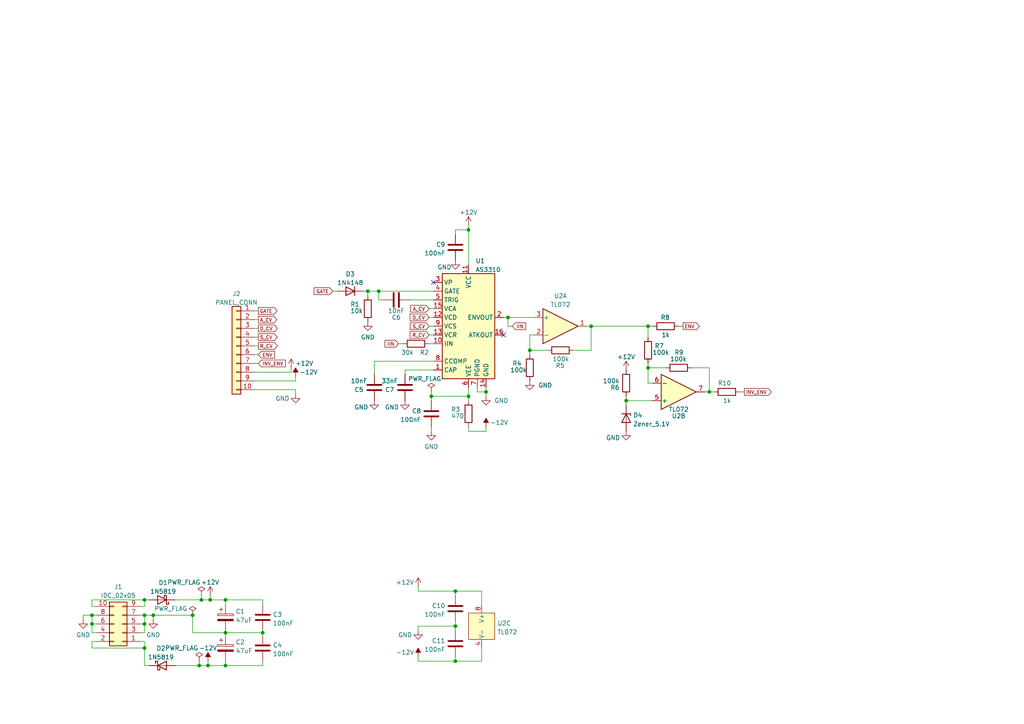
<source format=kicad_sch>
(kicad_sch (version 20211123) (generator eeschema)
  (paper "A4")
  (title_block (title "RW_EM_ADSR_EG_B") (date "2022-11-06") (rev "2022-11-06") (comment 1 "Licensed under CERN-OHL-S v2+") (comment 2 "https://github.com/sunfl0w/RW_EM"))
  (lib_symbols
    (symbol "Connector_Generic:Conn_01x10" (pin_names (offset 1.016) hide)
      (property "Reference" "J" (at 0 12.7 0))
      (property "Value" "Conn_01x10" (at 0 -15.24 0))
      (symbol "Conn_01x10_1_1"
        (rectangle (start -1.27 -12.573) (end 0 -12.827) (stroke (width 0.1524)))
        (rectangle (start -1.27 -10.033) (end 0 -10.287) (stroke (width 0.1524)))
        (rectangle (start -1.27 -7.493) (end 0 -7.747) (stroke (width 0.1524)))
        (rectangle (start -1.27 -4.953) (end 0 -5.207) (stroke (width 0.1524)))
        (rectangle (start -1.27 -2.413) (end 0 -2.667) (stroke (width 0.1524)))
        (rectangle (start -1.27 0.127) (end 0 -0.127) (stroke (width 0.1524)))
        (rectangle (start -1.27 2.667) (end 0 2.413) (stroke (width 0.1524)))
        (rectangle (start -1.27 5.207) (end 0 4.953) (stroke (width 0.1524)))
        (rectangle (start -1.27 7.747) (end 0 7.493) (stroke (width 0.1524)))
        (rectangle (start -1.27 10.287) (end 0 10.033) (stroke (width 0.1524)))
        (rectangle (start -1.27 11.43) (end 1.27 -13.97) (stroke (width 0.254)) (fill (type background)))
        (pin passive line (at -5.08 10.16 0) (length 3.81) (name "Pin_1") (number "1"))
        (pin passive line (at -5.08 -12.7 0) (length 3.81) (name "Pin_10") (number "10"))
        (pin passive line (at -5.08 7.62 0) (length 3.81) (name "Pin_2") (number "2"))
        (pin passive line (at -5.08 5.08 0) (length 3.81) (name "Pin_3") (number "3"))
        (pin passive line (at -5.08 2.54 0) (length 3.81) (name "Pin_4") (number "4"))
        (pin passive line (at -5.08 0 0) (length 3.81) (name "Pin_5") (number "5"))
        (pin passive line (at -5.08 -2.54 0) (length 3.81) (name "Pin_6") (number "6"))
        (pin passive line (at -5.08 -5.08 0) (length 3.81) (name "Pin_7") (number "7"))
        (pin passive line (at -5.08 -7.62 0) (length 3.81) (name "Pin_8") (number "8"))
        (pin passive line (at -5.08 -10.16 0) (length 3.81) (name "Pin_9") (number "9"))
      )
    )
    (symbol "Connector_Generic:Conn_02x05_Odd_Even" (pin_names (offset 1.016) hide)
      (property "Reference" "J" (at 1.27 7.62 0))
      (property "Value" "Conn_02x05_Odd_Even" (at 1.27 -7.62 0))
      (symbol "Conn_02x05_Odd_Even_1_1"
        (rectangle (start -1.27 -4.953) (end 0 -5.207) (stroke (width 0.1524)))
        (rectangle (start -1.27 -2.413) (end 0 -2.667) (stroke (width 0.1524)))
        (rectangle (start -1.27 0.127) (end 0 -0.127) (stroke (width 0.1524)))
        (rectangle (start -1.27 2.667) (end 0 2.413) (stroke (width 0.1524)))
        (rectangle (start -1.27 5.207) (end 0 4.953) (stroke (width 0.1524)))
        (rectangle (start -1.27 6.35) (end 3.81 -6.35) (stroke (width 0.254)) (fill (type background)))
        (rectangle (start 3.81 -4.953) (end 2.54 -5.207) (stroke (width 0.1524)))
        (rectangle (start 3.81 -2.413) (end 2.54 -2.667) (stroke (width 0.1524)))
        (rectangle (start 3.81 0.127) (end 2.54 -0.127) (stroke (width 0.1524)))
        (rectangle (start 3.81 2.667) (end 2.54 2.413) (stroke (width 0.1524)))
        (rectangle (start 3.81 5.207) (end 2.54 4.953) (stroke (width 0.1524)))
        (pin passive line (at -5.08 5.08 0) (length 3.81) (name "Pin_1") (number "1"))
        (pin passive line (at 7.62 -5.08 180) (length 3.81) (name "Pin_10") (number "10"))
        (pin passive line (at 7.62 5.08 180) (length 3.81) (name "Pin_2") (number "2"))
        (pin passive line (at -5.08 2.54 0) (length 3.81) (name "Pin_3") (number "3"))
        (pin passive line (at 7.62 2.54 180) (length 3.81) (name "Pin_4") (number "4"))
        (pin passive line (at -5.08 0 0) (length 3.81) (name "Pin_5") (number "5"))
        (pin passive line (at 7.62 0 180) (length 3.81) (name "Pin_6") (number "6"))
        (pin passive line (at -5.08 -2.54 0) (length 3.81) (name "Pin_7") (number "7"))
        (pin passive line (at 7.62 -2.54 180) (length 3.81) (name "Pin_8") (number "8"))
        (pin passive line (at -5.08 -5.08 0) (length 3.81) (name "Pin_9") (number "9"))
      )
    )
    (symbol "Device:C" (pin_numbers hide) (pin_names (offset 0.254))
      (property "Reference" "C" (at 0.635 2.54 0))
      (property "Value" "C" (at 0.635 -2.54 0))
      (symbol "C_0_1"
        (polyline (pts (xy -2.032 -0.762) (xy 2.032 -0.762)) (stroke (width 0.508)))
        (polyline (pts (xy -2.032 0.762) (xy 2.032 0.762)) (stroke (width 0.508)))
      )
      (symbol "C_1_1"
        (pin passive line (at 0 3.81 270) (length 2.794) (name "~") (number "1"))
        (pin passive line (at 0 -3.81 90) (length 2.794) (name "~") (number "2"))
      )
    )
    (symbol "Device:C_Polarized" (pin_numbers hide) (pin_names (offset 0.254))
      (property "Reference" "C" (at 0.635 2.54 0))
      (property "Value" "C_Polarized" (at 0.635 -2.54 0))
      (symbol "C_Polarized_0_1"
        (rectangle (start -2.286 0.508) (end 2.286 1.016))
        (polyline (pts (xy -1.778 2.286) (xy -0.762 2.286)))
        (polyline (pts (xy -1.27 2.794) (xy -1.27 1.778)))
        (rectangle (start 2.286 -0.508) (end -2.286 -1.016) (fill (type outline)))
      )
      (symbol "C_Polarized_1_1"
        (pin passive line (at 0 3.81 270) (length 2.794) (name "~") (number "1"))
        (pin passive line (at 0 -3.81 90) (length 2.794) (name "~") (number "2"))
      )
    )
    (symbol "Device:D_Zener" (pin_numbers hide) (pin_names (offset 1.016) hide)
      (property "Reference" "D" (at 0 2.54 0))
      (property "Value" "D_Zener" (at 0 -2.54 0))
      (symbol "D_Zener_0_1"
        (polyline (pts (xy 1.27 0) (xy -1.27 0)))
        (polyline (pts (xy -1.27 -1.27) (xy -1.27 1.27) (xy -0.762 1.27)) (stroke (width 0.254)))
        (polyline (pts (xy 1.27 -1.27) (xy 1.27 1.27) (xy -1.27 0) (xy 1.27 -1.27)) (stroke (width 0.254)))
      )
      (symbol "D_Zener_1_1"
        (pin passive line (at -3.81 0 0) (length 2.54) (name "K") (number "1"))
        (pin passive line (at 3.81 0 180) (length 2.54) (name "A") (number "2"))
      )
    )
    (symbol "Device:R" (pin_numbers hide) (pin_names (offset 0))
      (property "Reference" "R" (at 2.032 0 90))
      (property "Value" "R" (at 0 0 90))
      (symbol "R_0_1"
        (rectangle (start -1.016 -2.54) (end 1.016 2.54) (stroke (width 0.254)))
      )
      (symbol "R_1_1"
        (pin passive line (at 0 3.81 270) (length 1.27) (name "~") (number "1"))
        (pin passive line (at 0 -3.81 90) (length 1.27) (name "~") (number "2"))
      )
    )
    (symbol "Diode:1N4148" (pin_numbers hide) (pin_names hide)
      (property "Reference" "D" (at 0 2.54 0))
      (property "Value" "1N4148" (at 0 -2.54 0))
      (symbol "1N4148_0_1"
        (polyline (pts (xy -1.27 1.27) (xy -1.27 -1.27)) (stroke (width 0.254)))
        (polyline (pts (xy 1.27 0) (xy -1.27 0)))
        (polyline (pts (xy 1.27 1.27) (xy 1.27 -1.27) (xy -1.27 0) (xy 1.27 1.27)) (stroke (width 0.254)))
      )
      (symbol "1N4148_1_1"
        (pin passive line (at -3.81 0 0) (length 2.54) (name "K") (number "1"))
        (pin passive line (at 3.81 0 180) (length 2.54) (name "A") (number "2"))
      )
    )
    (symbol "Diode:1N5819" (pin_numbers hide) (pin_names (offset 1.016) hide)
      (property "Reference" "D" (at 0 2.54 0))
      (property "Value" "1N5819" (at 0 -2.54 0))
      (symbol "1N5819_0_1"
        (polyline (pts (xy 1.27 0) (xy -1.27 0)))
        (polyline (pts (xy 1.27 1.27) (xy 1.27 -1.27) (xy -1.27 0) (xy 1.27 1.27)) (stroke (width 0.254)))
        (polyline (pts (xy -1.905 0.635) (xy -1.905 1.27) (xy -1.27 1.27) (xy -1.27 -1.27) (xy -0.635 -1.27) (xy -0.635 -0.635)) (stroke (width 0.254)))
      )
      (symbol "1N5819_1_1"
        (pin passive line (at -3.81 0 0) (length 2.54) (name "K") (number "1"))
        (pin passive line (at 3.81 0 180) (length 2.54) (name "A") (number "2"))
      )
    )
    (symbol "RW_EurorackModular:AS3310"
      (property "Reference" "U" (at -5.08 17.78 0))
      (property "Value" "AS3310" (at 5.08 17.78 0))
      (symbol "AS3310_0_1"
        (rectangle (start 7.62 -15.24) (end -7.62 15.24) (stroke (width 0.254)) (fill (type background)))
      )
      (symbol "AS3310_1_1"
        (pin passive line (at -10.16 -12.7 0) (length 2.54) (name "CAP") (number "1"))
        (pin input line (at -10.16 -5.08 0) (length 2.54) (name "IIN") (number "10"))
        (pin power_in line (at 0 17.78 270) (length 2.54) (name "VCC") (number "11"))
        (pin input line (at -10.16 2.54 0) (length 2.54) (name "VCD") (number "12"))
        (pin input line (at -10.16 -2.54 0) (length 2.54) (name "VCR") (number "13"))
        (pin power_in line (at 5.08 -17.78 90) (length 2.54) (name "GND") (number "14"))
        (pin input line (at -10.16 5.08 0) (length 2.54) (name "VCA") (number "15"))
        (pin output line (at 10.16 -2.54 180) (length 2.54) (name "ATKOUT") (number "16"))
        (pin output line (at 10.16 2.54 180) (length 2.54) (name "ENVOUT") (number "2"))
        (pin input line (at -10.16 12.7 0) (length 2.54) (name "VP") (number "3"))
        (pin input line (at -10.16 10.16 0) (length 2.54) (name "GATE") (number "4"))
        (pin input line (at -10.16 7.62 0) (length 2.54) (name "TRIG") (number "5"))
        (pin power_in line (at 0 -17.78 90) (length 2.54) (name "VEE") (number "6"))
        (pin power_in line (at 2.54 -17.78 90) (length 2.54) (name "PGND") (number "7"))
        (pin passive line (at -10.16 -10.16 0) (length 2.54) (name "CCOMP") (number "8"))
        (pin input line (at -10.16 0 0) (length 2.54) (name "VCS") (number "9"))
      )
    )
    (symbol "RW_EurorackModular:TL072" (pin_names (offset 0.127))
      (property "Reference" "U" (at 0 5.08 0))
      (property "Value" "TL072" (at 0 -5.08 0))
      (symbol "TL072_1_1"
        (polyline (pts (xy -5.08 5.08) (xy 5.08 0) (xy -5.08 -5.08) (xy -5.08 5.08)) (stroke (width 0.254)) (fill (type background)))
        (pin output line (at 7.62 0 180) (length 2.54) (name "~") (number "1"))
        (pin input line (at -7.62 -2.54 0) (length 2.54) (name "-") (number "2"))
        (pin input line (at -7.62 2.54 0) (length 2.54) (name "+") (number "3"))
      )
      (symbol "TL072_2_1"
        (polyline (pts (xy -5.08 5.08) (xy 5.08 0) (xy -5.08 -5.08) (xy -5.08 5.08)) (stroke (width 0.254)) (fill (type background)))
        (pin input line (at -7.62 2.54 0) (length 2.54) (name "+") (number "5"))
        (pin input line (at -7.62 -2.54 0) (length 2.54) (name "-") (number "6"))
        (pin output line (at 7.62 0 180) (length 2.54) (name "~") (number "7"))
      )
      (symbol "TL072_3_1"
        (rectangle (start -6.35 3.81) (end 1.27 -3.81) (stroke (width 0.1524)) (fill (type background)))
        (pin power_in line (at -2.54 -6.35 90) (length 2.54) (name "V-") (number "4"))
        (pin power_in line (at -2.54 6.35 270) (length 2.54) (name "V+") (number "8"))
      )
    )
    (symbol "power:+12V" (power) (pin_names (offset 0))
      (property "Value" "+12V" (at 0 3.556 0))
      (symbol "+12V_0_1"
        (polyline (pts (xy -0.762 1.27) (xy 0 2.54)))
        (polyline (pts (xy 0 0) (xy 0 2.54)))
        (polyline (pts (xy 0 2.54) (xy 0.762 1.27)))
      )
      (symbol "+12V_1_1"
        (pin power_in line (at 0 0 90) (length 0) hide (name "+12V") (number "1"))
      )
    )
    (symbol "power:-12V" (power) (pin_names (offset 0))
      (property "Value" "-12V" (at 0 3.81 0))
      (symbol "-12V_0_0"
        (pin power_in line (at 0 0 90) (length 0) hide (name "-12V") (number "1"))
      )
      (symbol "-12V_0_1"
        (polyline (pts (xy 0 0) (xy 0 1.27) (xy 0.762 1.27) (xy 0 2.54) (xy -0.762 1.27) (xy 0 1.27)) (fill (type outline)))
      )
    )
    (symbol "power:GND" (power) (pin_names (offset 0))
      (property "Value" "GND" (at 0 -3.81 0))
      (symbol "GND_0_1"
        (polyline (pts (xy 0 0) (xy 0 -1.27) (xy 1.27 -1.27) (xy 0 -2.54) (xy -1.27 -1.27) (xy 0 -1.27)))
      )
      (symbol "GND_1_1"
        (pin power_in line (at 0 0 270) (length 0) hide (name "GND") (number "1"))
      )
    )
    (symbol "power:PWR_FLAG" (power) (pin_numbers hide) (pin_names (offset 0) hide)
      (property "Value" "PWR_FLAG" (at 0 3.81 0))
      (symbol "PWR_FLAG_0_0"
        (pin power_out line (at 0 0 90) (length 0) (name "pwr") (number "1"))
      )
      (symbol "PWR_FLAG_0_1"
        (polyline (pts (xy 0 0) (xy 0 1.27) (xy -1.016 1.905) (xy 0 2.54) (xy 1.016 1.905) (xy 0 1.27)))
      )
    )
  )
  (junction (at 41.91 173.99))
  (junction (at 109.855 84.455))
  (junction (at 140.97 113.665))
  (junction (at 187.96 106.68))
  (junction (at 153.67 101.6))
  (junction (at 106.68 84.455))
  (junction (at 65.405 173.99))
  (junction (at 60.325 193.04))
  (junction (at 135.89 66.675))
  (junction (at 41.91 178.435))
  (junction (at 57.785 193.04))
  (junction (at 147.32 92.075))
  (junction (at 76.2 183.515))
  (junction (at 65.405 193.04))
  (junction (at 132.08 191.77))
  (junction (at 58.42 173.99))
  (junction (at 181.61 116.205))
  (junction (at 205.74 113.665))
  (junction (at 60.96 173.99))
  (junction (at 171.45 94.615))
  (junction (at 187.96 94.615))
  (junction (at 125.095 114.935))
  (junction (at 26.67 180.975))
  (junction (at 132.08 171.45))
  (junction (at 41.91 187.96))
  (junction (at 55.88 178.435))
  (junction (at 41.91 180.975))
  (junction (at 132.08 181.61))
  (junction (at 65.405 183.515))
  (junction (at 26.67 178.435))
  (junction (at 135.89 114.935))
  (junction (at 44.45 178.435))
  (no_connect (at 146.05 97.155))
  (no_connect (at 125.73 81.915))
  (wire (pts (xy 198.12 94.615) (xy 196.85 94.615)))
  (wire (pts (xy 76.2 175.26) (xy 76.2 173.99)))
  (wire (pts (xy 60.325 193.04) (xy 60.325 191.77)))
  (wire (pts (xy 26.67 175.895) (xy 26.67 173.99)))
  (wire (pts (xy 41.91 175.895) (xy 40.64 175.895)))
  (wire (pts (xy 187.96 94.615) (xy 189.23 94.615)))
  (wire (pts (xy 140.97 125.095) (xy 135.89 125.095)))
  (wire (pts (xy 58.42 173.99) (xy 58.42 172.72)))
  (wire (pts (xy 139.7 171.45) (xy 132.08 171.45)))
  (wire (pts (xy 135.89 125.095) (xy 135.89 123.825)))
  (wire (pts (xy 111.125 86.995) (xy 109.855 86.995)))
  (wire (pts (xy 215.9 113.665) (xy 214.63 113.665)))
  (wire (pts (xy 147.32 92.075) (xy 154.94 92.075)))
  (wire (pts (xy 26.67 186.055) (xy 26.67 187.96)))
  (wire (pts (xy 146.05 92.075) (xy 147.32 92.075)))
  (wire (pts (xy 76.2 183.515) (xy 76.2 184.15)))
  (wire (pts (xy 117.475 107.315) (xy 117.475 108.585)))
  (wire (pts (xy 65.405 173.99) (xy 76.2 173.99)))
  (wire (pts (xy 74.93 97.79) (xy 73.66 97.79)))
  (wire (pts (xy 41.91 186.055) (xy 40.64 186.055)))
  (wire (pts (xy 41.91 173.99) (xy 41.91 175.895)))
  (wire (pts (xy 207.01 113.665) (xy 205.74 113.665)))
  (wire (pts (xy 171.45 94.615) (xy 170.18 94.615)))
  (wire (pts (xy 181.61 116.205) (xy 181.61 117.475)))
  (wire (pts (xy 74.93 105.41) (xy 73.66 105.41)))
  (wire (pts (xy 147.32 94.615) (xy 147.32 92.075)))
  (wire (pts (xy 187.96 111.125) (xy 189.23 111.125)))
  (wire (pts (xy 26.67 180.975) (xy 26.67 183.515)))
  (wire (pts (xy 121.285 171.45) (xy 132.08 171.45)))
  (wire (pts (xy 140.97 123.825) (xy 140.97 125.095)))
  (wire (pts (xy 60.96 173.99) (xy 60.96 172.72)))
  (wire (pts (xy 60.96 173.99) (xy 65.405 173.99)))
  (wire (pts (xy 27.94 175.895) (xy 26.67 175.895)))
  (wire (pts (xy 153.67 97.155) (xy 153.67 101.6)))
  (wire (pts (xy 85.725 110.49) (xy 85.725 109.22)))
  (wire (pts (xy 26.67 173.99) (xy 41.91 173.99)))
  (wire (pts (xy 50.8 193.04) (xy 57.785 193.04)))
  (wire (pts (xy 41.91 187.96) (xy 41.91 186.055)))
  (wire (pts (xy 65.405 191.77) (xy 65.405 193.04)))
  (wire (pts (xy 121.285 170.18) (xy 121.285 171.45)))
  (wire (pts (xy 44.45 178.435) (xy 55.88 178.435)))
  (wire (pts (xy 106.68 84.455) (xy 106.68 85.725)))
  (wire (pts (xy 73.66 110.49) (xy 85.725 110.49)))
  (wire (pts (xy 140.97 113.665) (xy 140.97 112.395)))
  (wire (pts (xy 121.285 191.77) (xy 132.08 191.77)))
  (wire (pts (xy 65.405 193.04) (xy 76.2 193.04)))
  (wire (pts (xy 84.455 106.68) (xy 84.455 107.95)))
  (wire (pts (xy 85.725 113.03) (xy 85.725 114.3)))
  (wire (pts (xy 74.93 100.33) (xy 73.66 100.33)))
  (wire (pts (xy 124.46 89.535) (xy 125.73 89.535)))
  (wire (pts (xy 50.8 173.99) (xy 58.42 173.99)))
  (wire (pts (xy 58.42 173.99) (xy 60.96 173.99)))
  (wire (pts (xy 74.93 92.71) (xy 73.66 92.71)))
  (wire (pts (xy 138.43 113.665) (xy 140.97 113.665)))
  (wire (pts (xy 105.41 84.455) (xy 106.68 84.455)))
  (wire (pts (xy 109.855 86.995) (xy 109.855 84.455)))
  (wire (pts (xy 125.095 113.665) (xy 125.095 114.935)))
  (wire (pts (xy 132.08 171.45) (xy 132.08 172.72)))
  (wire (pts (xy 171.45 94.615) (xy 187.96 94.615)))
  (wire (pts (xy 65.405 175.26) (xy 65.405 173.99)))
  (wire (pts (xy 108.585 104.775) (xy 108.585 108.585)))
  (wire (pts (xy 40.64 178.435) (xy 41.91 178.435)))
  (wire (pts (xy 118.745 86.995) (xy 125.73 86.995)))
  (wire (pts (xy 26.67 186.055) (xy 27.94 186.055)))
  (wire (pts (xy 55.88 178.435) (xy 55.88 183.515)))
  (wire (pts (xy 26.67 180.975) (xy 27.94 180.975)))
  (wire (pts (xy 26.67 178.435) (xy 24.13 178.435)))
  (wire (pts (xy 135.89 116.205) (xy 135.89 114.935)))
  (wire (pts (xy 132.08 190.5) (xy 132.08 191.77)))
  (wire (pts (xy 74.93 90.17) (xy 73.66 90.17)))
  (wire (pts (xy 115.57 99.695) (xy 116.84 99.695)))
  (wire (pts (xy 74.93 102.87) (xy 73.66 102.87)))
  (wire (pts (xy 109.855 84.455) (xy 125.73 84.455)))
  (wire (pts (xy 135.89 65.405) (xy 135.89 66.675)))
  (wire (pts (xy 193.04 106.68) (xy 187.96 106.68)))
  (wire (pts (xy 73.66 113.03) (xy 85.725 113.03)))
  (wire (pts (xy 41.91 178.435) (xy 41.91 180.975)))
  (wire (pts (xy 187.96 106.68) (xy 187.96 111.125)))
  (wire (pts (xy 117.475 107.315) (xy 125.73 107.315)))
  (wire (pts (xy 41.91 180.975) (xy 41.91 183.515)))
  (wire (pts (xy 57.785 193.04) (xy 57.785 191.77)))
  (wire (pts (xy 57.785 193.04) (xy 60.325 193.04)))
  (wire (pts (xy 125.095 123.825) (xy 125.095 125.095)))
  (wire (pts (xy 76.2 193.04) (xy 76.2 191.77)))
  (wire (pts (xy 132.08 181.61) (xy 132.08 182.88)))
  (wire (pts (xy 181.61 116.205) (xy 189.23 116.205)))
  (wire (pts (xy 65.405 182.88) (xy 65.405 183.515)))
  (wire (pts (xy 200.66 106.68) (xy 205.74 106.68)))
  (wire (pts (xy 24.13 178.435) (xy 24.13 179.705)))
  (wire (pts (xy 181.61 114.935) (xy 181.61 116.205)))
  (wire (pts (xy 44.45 178.435) (xy 44.45 179.705)))
  (wire (pts (xy 121.285 181.61) (xy 132.08 181.61)))
  (wire (pts (xy 109.855 84.455) (xy 106.68 84.455)))
  (wire (pts (xy 139.7 191.77) (xy 139.7 187.96)))
  (wire (pts (xy 204.47 113.665) (xy 205.74 113.665)))
  (wire (pts (xy 41.91 183.515) (xy 40.64 183.515)))
  (wire (pts (xy 124.46 94.615) (xy 125.73 94.615)))
  (wire (pts (xy 154.94 97.155) (xy 153.67 97.155)))
  (wire (pts (xy 132.08 67.945) (xy 132.08 66.675)))
  (wire (pts (xy 40.64 180.975) (xy 41.91 180.975)))
  (wire (pts (xy 153.67 102.87) (xy 153.67 101.6)))
  (wire (pts (xy 205.74 106.68) (xy 205.74 113.665)))
  (wire (pts (xy 26.67 183.515) (xy 27.94 183.515)))
  (wire (pts (xy 41.91 178.435) (xy 44.45 178.435)))
  (wire (pts (xy 135.89 112.395) (xy 135.89 114.935)))
  (wire (pts (xy 132.08 66.675) (xy 135.89 66.675)))
  (wire (pts (xy 41.91 187.96) (xy 41.91 193.04)))
  (wire (pts (xy 65.405 183.515) (xy 65.405 184.15)))
  (wire (pts (xy 96.52 84.455) (xy 97.79 84.455)))
  (wire (pts (xy 26.67 178.435) (xy 26.67 180.975)))
  (wire (pts (xy 124.46 97.155) (xy 125.73 97.155)))
  (wire (pts (xy 65.405 183.515) (xy 76.2 183.515)))
  (wire (pts (xy 187.96 105.41) (xy 187.96 106.68)))
  (wire (pts (xy 74.93 95.25) (xy 73.66 95.25)))
  (wire (pts (xy 171.45 101.6) (xy 171.45 94.615)))
  (wire (pts (xy 138.43 112.395) (xy 138.43 113.665)))
  (wire (pts (xy 132.08 180.34) (xy 132.08 181.61)))
  (wire (pts (xy 124.46 92.075) (xy 125.73 92.075)))
  (wire (pts (xy 132.08 191.77) (xy 139.7 191.77)))
  (wire (pts (xy 153.67 101.6) (xy 158.75 101.6)))
  (wire (pts (xy 135.89 66.675) (xy 135.89 76.835)))
  (wire (pts (xy 121.285 190.5) (xy 121.285 191.77)))
  (wire (pts (xy 124.46 99.695) (xy 125.73 99.695)))
  (wire (pts (xy 166.37 101.6) (xy 171.45 101.6)))
  (wire (pts (xy 140.97 114.935) (xy 140.97 113.665)))
  (wire (pts (xy 41.91 173.99) (xy 43.18 173.99)))
  (wire (pts (xy 41.91 193.04) (xy 43.18 193.04)))
  (wire (pts (xy 27.94 178.435) (xy 26.67 178.435)))
  (wire (pts (xy 55.88 183.515) (xy 65.405 183.515)))
  (wire (pts (xy 125.095 114.935) (xy 135.89 114.935)))
  (wire (pts (xy 60.325 193.04) (xy 65.405 193.04)))
  (wire (pts (xy 76.2 182.88) (xy 76.2 183.515)))
  (wire (pts (xy 148.59 94.615) (xy 147.32 94.615)))
  (wire (pts (xy 84.455 107.95) (xy 73.66 107.95)))
  (wire (pts (xy 139.7 175.26) (xy 139.7 171.45)))
  (wire (pts (xy 125.73 104.775) (xy 108.585 104.775)))
  (wire (pts (xy 187.96 94.615) (xy 187.96 97.79)))
  (wire (pts (xy 125.095 114.935) (xy 125.095 116.205)))
  (wire (pts (xy 121.285 182.88) (xy 121.285 181.61)))
  (wire (pts (xy 26.67 187.96) (xy 41.91 187.96)))
  (global_label "GATE" (shape output) (at 74.93 90.17 0) (effects (font (size 1 1))) (property "Intersheet References" "${INTERSHEET_REFS}" (effects hide)))
  (global_label "D_CV" (shape input) (at 124.46 92.075 180) (effects (font (size 1 1))) (property "Intersheet References" "${INTERSHEET_REFS}" (effects hide)))
  (global_label "IIN" (shape input) (at 148.59 94.615 0) (effects (font (size 1 1))) (property "Intersheet References" "${INTERSHEET_REFS}" (effects hide)))
  (global_label "INV_ENV" (shape input) (at 74.93 105.41 0) (effects (font (size 1 1))) (property "Intersheet References" "${INTERSHEET_REFS}" (effects hide)))
  (global_label "A_CV" (shape output) (at 74.93 92.71 0) (effects (font (size 1 1))) (property "Intersheet References" "${INTERSHEET_REFS}" (effects hide)))
  (global_label "A_CV" (shape input) (at 124.46 89.535 180) (effects (font (size 1 1))) (property "Intersheet References" "${INTERSHEET_REFS}" (effects hide)))
  (global_label "INV_ENV" (shape output) (at 215.9 113.665 0) (effects (font (size 1 1))) (property "Intersheet References" "${INTERSHEET_REFS}" (effects hide)))
  (global_label "ENV" (shape output) (at 198.12 94.615 0) (effects (font (size 1 1))) (property "Intersheet References" "${INTERSHEET_REFS}" (effects hide)))
  (global_label "S_CV" (shape output) (at 74.93 97.79 0) (effects (font (size 1 1))) (property "Intersheet References" "${INTERSHEET_REFS}" (effects hide)))
  (global_label "R_CV" (shape input) (at 124.46 97.155 180) (effects (font (size 1 1))) (property "Intersheet References" "${INTERSHEET_REFS}" (effects hide)))
  (global_label "D_CV" (shape output) (at 74.93 95.25 0) (effects (font (size 1 1))) (property "Intersheet References" "${INTERSHEET_REFS}" (effects hide)))
  (global_label "R_CV" (shape output) (at 74.93 100.33 0) (effects (font (size 1 1))) (property "Intersheet References" "${INTERSHEET_REFS}" (effects hide)))
  (global_label "GATE" (shape input) (at 96.52 84.455 180) (effects (font (size 1 1))) (property "Intersheet References" "${INTERSHEET_REFS}" (effects hide)))
  (global_label "IIN" (shape input) (at 115.57 99.695 180) (effects (font (size 1 1))) (property "Intersheet References" "${INTERSHEET_REFS}" (effects hide)))
  (global_label "S_CV" (shape input) (at 124.46 94.615 180) (effects (font (size 1 1))) (property "Intersheet References" "${INTERSHEET_REFS}" (effects hide)))
  (global_label "ENV" (shape input) (at 74.93 102.87 0) (effects (font (size 1 1))) (property "Intersheet References" "${INTERSHEET_REFS}" (effects hide)))
  (symbol (lib_id "power:+12V") (at 181.61 107.315 0) (unit 1)
    (property "Reference" "#PWR020" (effects hide))
    (property "Value" "+12V" (at 181.61 103.505 0))
  )
  (symbol (lib_id "Device:C") (at 114.935 86.995 270) (unit 1)
    (property "Reference" "C6" (at 114.935 92.075 90))
    (property "Value" "10nF" (at 114.935 90.17 90))
    (property "Footprint" "Capacitor_THT:C_Disc_D4.7mm_W2.5mm_P5.00mm" (effects hide))
  )
  (symbol (lib_id "power:GND") (at 153.67 110.49 0) (unit 1)
    (property "Reference" "#PWR019" (effects hide))
    (property "Value" "GND" (at 158.115 111.76 0))
  )
  (symbol (lib_id "power:PWR_FLAG") (at 125.095 113.665 0) (unit 1)
    (property "Reference" "#FLG04" (effects hide))
    (property "Value" "PWR_FLAG" (at 123.19 109.855 0))
  )
  (symbol (lib_id "power:PWR_FLAG") (at 57.785 191.77 0) (unit 1)
    (property "Reference" "#FLG02" (effects hide))
    (property "Value" "PWR_FLAG" (at 52.705 187.96 0))
  )
  (symbol (lib_id "RW_EurorackModular:TL072") (at 142.24 181.61 0) (unit 3)
    (property "Reference" "U2" (at 144.2212 180.7753 0) (effects (justify left)))
    (property "Value" "TL072" (at 144.2212 183.3122 0) (effects (justify left)))
    (property "Footprint" "Package_DIP:DIP-8_W7.62mm" (effects hide))
  )
  (symbol (lib_id "power:GND") (at 121.285 182.88 0) (unit 1)
    (property "Reference" "#PWR012" (effects hide))
    (property "Value" "GND" (at 117.475 184.15 0))
  )
  (symbol (lib_id "Connector_Generic:Conn_01x10") (at 68.58 100.33 0) (mirror y) (unit 1)
    (property "Reference" "J2" (at 68.58 85.2002 0))
    (property "Value" "PANEL_CONN" (at 68.58 87.7371 0))
    (property "Footprint" "Connector_PinSocket_2.54mm:PinSocket_1x10_P2.54mm_Horizontal" (effects hide))
  )
  (symbol (lib_id "Device:C") (at 125.095 120.015 0) (mirror x) (unit 1)
    (property "Reference" "C8" (at 122.174 119.1803 0) (effects (justify right)))
    (property "Value" "100nF" (at 122.174 121.7172 0) (effects (justify right)))
    (property "Footprint" "Capacitor_THT:C_Disc_D5.0mm_W2.5mm_P5.00mm" (effects hide))
  )
  (symbol (lib_id "Device:R") (at 187.96 101.6 0) (unit 1)
    (property "Reference" "R7" (at 189.865 100.33 0) (effects (justify left)))
    (property "Value" "100k" (at 189.23 102.235 0) (effects (justify left)))
    (property "Footprint" "Resistor_THT:R_Axial_DIN0207_L6.3mm_D2.5mm_P10.16mm_Horizontal" (effects hide))
  )
  (symbol (lib_id "Device:C") (at 108.585 112.395 0) (mirror x) (unit 1)
    (property "Reference" "C5" (at 104.14 113.03 0))
    (property "Value" "10nF" (at 104.14 110.49 0))
    (property "Footprint" "Capacitor_THT:C_Rect_L7.2mm_W5.5mm_P5.00mm_FKS2_FKP2_MKS2_MKP2" (effects hide))
  )
  (symbol (lib_id "Device:R") (at 135.89 120.015 0) (unit 1)
    (property "Reference" "R3" (at 130.81 118.745 0) (effects (justify left)))
    (property "Value" "470" (at 130.81 120.65 0) (effects (justify left)))
    (property "Footprint" "Resistor_THT:R_Axial_DIN0207_L6.3mm_D2.5mm_P10.16mm_Horizontal" (effects hide))
  )
  (symbol (lib_id "Device:R") (at 153.67 106.68 0) (unit 1)
    (property "Reference" "R4" (at 148.59 105.41 0) (effects (justify left)))
    (property "Value" "100k" (at 147.955 107.315 0) (effects (justify left)))
    (property "Footprint" "Resistor_THT:R_Axial_DIN0207_L6.3mm_D2.5mm_P10.16mm_Horizontal" (effects hide))
  )
  (symbol (lib_id "Diode:1N5819") (at 46.99 193.04 0) (unit 1)
    (property "Reference" "D2" (at 46.6725 188.0702 0))
    (property "Value" "1N5819" (at 46.6725 190.6071 0))
    (property "Footprint" "Diode_THT:D_DO-41_SOD81_P10.16mm_Horizontal" (effects hide))
    (property "Datasheet" "http://www.vishay.com/docs/88525/1n5817.pdf" (effects hide))
  )
  (symbol (lib_id "Device:R") (at 120.65 99.695 90) (unit 1)
    (property "Reference" "R2" (at 124.46 102.235 90) (effects (justify left)))
    (property "Value" "30k" (at 120.015 102.235 90) (effects (justify left)))
    (property "Footprint" "Resistor_THT:R_Axial_DIN0207_L6.3mm_D2.5mm_P10.16mm_Horizontal" (effects hide))
  )
  (symbol (lib_id "Device:R") (at 162.56 101.6 90) (unit 1)
    (property "Reference" "R5" (at 163.83 106.045 90) (effects (justify left)))
    (property "Value" "100k" (at 165.1 104.14 90) (effects (justify left)))
    (property "Footprint" "Resistor_THT:R_Axial_DIN0207_L6.3mm_D2.5mm_P10.16mm_Horizontal" (effects hide))
  )
  (symbol (lib_id "RW_EurorackModular:TL072") (at 196.85 113.665 0) (mirror x) (unit 2)
    (property "Reference" "U2" (at 196.85 120.65 0))
    (property "Value" "TL072" (at 196.85 118.745 0))
  )
  (symbol (lib_id "Device:C_Polarized") (at 65.405 187.96 0) (unit 1)
    (property "Reference" "C2" (at 68.326 186.2363 0) (effects (justify left)))
    (property "Value" "47uF" (at 68.326 188.7732 0) (effects (justify left)))
    (property "Footprint" "Capacitor_THT:CP_Radial_D5.0mm_P2.00mm" (effects hide))
  )
  (symbol (lib_id "power:+12V") (at 135.89 65.405 0) (unit 1)
    (property "Reference" "#PWR016" (effects hide))
    (property "Value" "+12V" (at 135.89 61.595 0))
  )
  (symbol (lib_id "Device:R") (at 181.61 111.125 180) (unit 1)
    (property "Reference" "R6" (at 179.705 112.395 0) (effects (justify left)))
    (property "Value" "100k" (at 179.705 110.49 0) (effects (justify left)))
    (property "Footprint" "Resistor_THT:R_Axial_DIN0207_L6.3mm_D2.5mm_P10.16mm_Horizontal" (effects hide))
  )
  (symbol (lib_id "power:-12V") (at 121.285 190.5 0) (unit 1)
    (property "Reference" "#PWR013" (effects hide))
    (property "Value" "-12V" (at 117.475 189.23 0))
  )
  (symbol (lib_id "power:PWR_FLAG") (at 58.42 172.72 0) (unit 1)
    (property "Reference" "#FLG03" (effects hide))
    (property "Value" "PWR_FLAG" (at 53.34 168.91 0))
  )
  (symbol (lib_id "Device:R") (at 193.04 94.615 90) (unit 1)
    (property "Reference" "R8" (at 194.31 92.075 90) (effects (justify left)))
    (property "Value" "1k" (at 194.31 97.155 90) (effects (justify left)))
    (property "Footprint" "Resistor_THT:R_Axial_DIN0207_L6.3mm_D2.5mm_P10.16mm_Horizontal" (effects hide))
  )
  (symbol (lib_id "Device:R") (at 196.85 106.68 270) (unit 1)
    (property "Reference" "R9" (at 195.58 102.235 90) (effects (justify left)))
    (property "Value" "100k" (at 194.31 104.14 90) (effects (justify left)))
    (property "Footprint" "Resistor_THT:R_Axial_DIN0207_L6.3mm_D2.5mm_P10.16mm_Horizontal" (effects hide))
  )
  (symbol (lib_id "Diode:1N5819") (at 46.99 173.99 180) (unit 1)
    (property "Reference" "D1" (at 47.3075 169.0202 0))
    (property "Value" "1N5819" (at 47.3075 171.5571 0))
    (property "Footprint" "Diode_THT:D_DO-41_SOD81_P10.16mm_Horizontal" (effects hide))
    (property "Datasheet" "http://www.vishay.com/docs/88525/1n5817.pdf" (effects hide))
  )
  (symbol (lib_id "Connector_Generic:Conn_02x05_Odd_Even") (at 35.56 180.975 180) (unit 1)
    (property "Reference" "J1" (at 34.29 170.18 0))
    (property "Value" "IDC_02x05" (at 34.29 172.72 0))
    (property "Footprint" "Connector_IDC:IDC-Header_2x05_P2.54mm_Vertical" (effects hide))
  )
  (symbol (lib_id "Device:C") (at 117.475 112.395 0) (mirror x) (unit 1)
    (property "Reference" "C7" (at 113.03 113.03 0))
    (property "Value" "33nF" (at 113.03 110.49 0))
    (property "Footprint" "Capacitor_THT:C_Rect_L7.2mm_W5.5mm_P5.00mm_FKS2_FKP2_MKS2_MKP2" (effects hide))
  )
  (symbol (lib_id "power:GND") (at 140.97 114.935 0) (unit 1)
    (property "Reference" "#PWR017" (effects hide))
    (property "Value" "GND" (at 145.415 116.205 0))
  )
  (symbol (lib_id "power:GND") (at 181.61 125.095 0) (unit 1)
    (property "Reference" "#PWR021" (effects hide))
    (property "Value" "GND" (at 177.8 127 0))
  )
  (symbol (lib_id "power:GND") (at 85.725 114.3 0) (unit 1)
    (property "Reference" "#PWR07" (effects hide))
    (property "Value" "GND" (at 81.915 115.57 0))
  )
  (symbol (lib_id "power:GND") (at 24.13 179.705 0) (unit 1)
    (property "Reference" "#PWR01" (effects hide))
    (property "Value" "GND" (at 24.13 184.1484 0))
  )
  (symbol (lib_id "Device:D_Zener") (at 181.61 121.285 270) (unit 1)
    (property "Reference" "D4" (at 183.642 120.4503 90) (effects (justify left)))
    (property "Value" "Zener_5.1V" (at 183.642 122.9872 90) (effects (justify left)))
    (property "Footprint" "Diode_THT:D_DO-35_SOD27_P10.16mm_Horizontal" (effects hide))
  )
  (symbol (lib_id "power:-12V") (at 60.325 191.77 0) (unit 1)
    (property "Reference" "#PWR03" (effects hide))
    (property "Value" "-12V" (at 60.325 187.96 0))
  )
  (symbol (lib_id "power:-12V") (at 85.725 109.22 0) (unit 1)
    (property "Reference" "#PWR06" (effects hide))
    (property "Value" "-12V" (at 89.535 107.95 0))
  )
  (symbol (lib_id "power:GND") (at 44.45 179.705 0) (unit 1)
    (property "Reference" "#PWR02" (effects hide))
    (property "Value" "GND" (at 44.45 184.1484 0))
  )
  (symbol (lib_id "RW_EurorackModular:AS3310") (at 135.89 94.615 0) (unit 1)
    (property "Reference" "U1" (at 137.9094 75.6752 0) (effects (justify left)))
    (property "Value" "AS3310" (at 137.9094 78.2121 0) (effects (justify left)))
    (property "Footprint" "Package_DIP:DIP-16_W7.62mm" (effects hide))
    (property "Datasheet" "http://www.alfarzpp.lv/eng/sc/AS3310.pdf" (effects hide))
  )
  (symbol (lib_id "power:GND") (at 117.475 116.205 0) (unit 1)
    (property "Reference" "#PWR010" (effects hide))
    (property "Value" "GND" (at 113.665 118.11 0))
  )
  (symbol (lib_id "power:PWR_FLAG") (at 55.88 178.435 0) (unit 1)
    (property "Reference" "#FLG01" (effects hide))
    (property "Value" "PWR_FLAG" (at 49.53 176.53 0))
  )
  (symbol (lib_id "power:GND") (at 106.68 93.345 0) (unit 1)
    (property "Reference" "#PWR08" (effects hide))
    (property "Value" "GND" (at 106.68 97.7884 0))
  )
  (symbol (lib_id "RW_EurorackModular:TL072") (at 162.56 94.615 0) (unit 1)
    (property "Reference" "U2" (at 162.56 85.8352 0))
    (property "Value" "TL072" (at 162.56 88.3721 0))
  )
  (symbol (lib_id "Device:C") (at 76.2 179.07 0) (unit 1)
    (property "Reference" "C3" (at 79.121 178.2353 0) (effects (justify left)))
    (property "Value" "100nF" (at 79.121 180.7722 0) (effects (justify left)))
    (property "Footprint" "Capacitor_THT:C_Disc_D5.0mm_W2.5mm_P5.00mm" (effects hide))
  )
  (symbol (lib_id "power:+12V") (at 121.285 170.18 0) (unit 1)
    (property "Reference" "#PWR011" (effects hide))
    (property "Value" "+12V" (at 117.475 168.91 0))
  )
  (symbol (lib_id "power:GND") (at 108.585 116.205 0) (unit 1)
    (property "Reference" "#PWR09" (effects hide))
    (property "Value" "GND" (at 104.775 118.11 0))
  )
  (symbol (lib_id "power:GND") (at 132.08 75.565 0) (unit 1)
    (property "Reference" "#PWR015" (effects hide))
    (property "Value" "GND" (at 128.905 77.47 0))
  )
  (symbol (lib_id "Device:C") (at 132.08 71.755 0) (mirror x) (unit 1)
    (property "Reference" "C9" (at 129.159 70.9203 0) (effects (justify right)))
    (property "Value" "100nF" (at 129.159 73.4572 0) (effects (justify right)))
    (property "Footprint" "Capacitor_THT:C_Disc_D5.0mm_W2.5mm_P5.00mm" (effects hide))
  )
  (symbol (lib_id "Device:C") (at 132.08 186.69 0) (mirror x) (unit 1)
    (property "Reference" "C11" (at 129.159 185.8553 0) (effects (justify right)))
    (property "Value" "100nF" (at 129.159 188.3922 0) (effects (justify right)))
    (property "Footprint" "Capacitor_THT:C_Disc_D5.0mm_W2.5mm_P5.00mm" (effects hide))
  )
  (symbol (lib_id "power:-12V") (at 140.97 123.825 0) (unit 1)
    (property "Reference" "#PWR018" (effects hide))
    (property "Value" "-12V" (at 144.78 122.555 0))
  )
  (symbol (lib_id "Device:R") (at 106.68 89.535 0) (unit 1)
    (property "Reference" "R1" (at 101.6 88.265 0) (effects (justify left)))
    (property "Value" "10k" (at 101.6 90.17 0) (effects (justify left)))
    (property "Footprint" "Resistor_THT:R_Axial_DIN0207_L6.3mm_D2.5mm_P10.16mm_Horizontal" (effects hide))
  )
  (symbol (lib_id "power:+12V") (at 60.96 172.72 0) (unit 1)
    (property "Reference" "#PWR04" (effects hide))
    (property "Value" "+12V" (at 60.96 168.91 0))
  )
  (symbol (lib_id "Device:C") (at 76.2 187.96 0) (unit 1)
    (property "Reference" "C4" (at 79.121 187.1253 0) (effects (justify left)))
    (property "Value" "100nF" (at 79.121 189.6622 0) (effects (justify left)))
    (property "Footprint" "Capacitor_THT:C_Disc_D5.0mm_W2.5mm_P5.00mm" (effects hide))
  )
  (symbol (lib_id "power:GND") (at 125.095 125.095 0) (unit 1)
    (property "Reference" "#PWR014" (effects hide))
    (property "Value" "GND" (at 125.095 129.5384 0))
  )
  (symbol (lib_id "Device:C") (at 132.08 176.53 0) (mirror x) (unit 1)
    (property "Reference" "C10" (at 129.159 175.6953 0) (effects (justify right)))
    (property "Value" "100nF" (at 129.159 178.2322 0) (effects (justify right)))
    (property "Footprint" "Capacitor_THT:C_Disc_D5.0mm_W2.5mm_P5.00mm" (effects hide))
  )
  (symbol (lib_id "Device:C_Polarized") (at 65.405 179.07 0) (unit 1)
    (property "Reference" "C1" (at 68.326 177.3463 0) (effects (justify left)))
    (property "Value" "47uF" (at 68.326 179.8832 0) (effects (justify left)))
    (property "Footprint" "Capacitor_THT:CP_Radial_D5.0mm_P2.00mm" (effects hide))
  )
  (symbol (lib_id "Diode:1N4148") (at 101.6 84.455 180) (unit 1)
    (property "Reference" "D3" (at 101.6 79.4852 0))
    (property "Value" "1N4148" (at 101.6 82.0221 0))
    (property "Footprint" "Diode_THT:D_DO-35_SOD27_P7.62mm_Horizontal" (effects hide))
    (property "Datasheet" "https://assets.nexperia.com/documents/data-sheet/1N4148_1N4448.pdf" (effects hide))
  )
  (symbol (lib_id "Device:R") (at 210.82 113.665 90) (unit 1)
    (property "Reference" "R10" (at 212.09 111.125 90) (effects (justify left)))
    (property "Value" "1k" (at 212.09 116.205 90) (effects (justify left)))
    (property "Footprint" "Resistor_THT:R_Axial_DIN0207_L6.3mm_D2.5mm_P10.16mm_Horizontal" (effects hide))
  )
  (symbol (lib_id "power:+12V") (at 84.455 106.68 0) (unit 1)
    (property "Reference" "#PWR05" (effects hide))
    (property "Value" "+12V" (at 88.265 105.41 0))
  )
)
</source>
